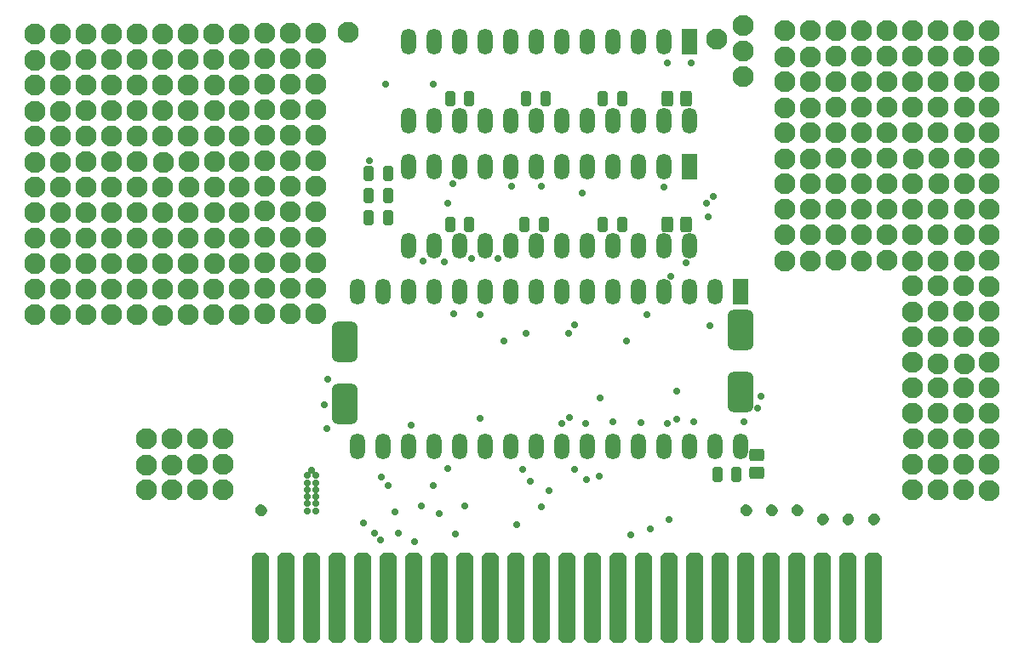
<source format=gbs>
G04*
G04 #@! TF.GenerationSoftware,Altium Limited,Altium Designer,19.0.7 (175)*
G04*
G04 Layer_Color=16711935*
%FSLAX25Y25*%
%MOIN*%
G70*
G01*
G75*
%ADD12C,0.02362*%
%ADD13R,0.00787X0.00787*%
%ADD14R,0.00787X0.00787*%
G04:AMPARAMS|DCode=16|XSize=69.94mil|YSize=353.94mil|CornerRadius=0mil|HoleSize=0mil|Usage=FLASHONLY|Rotation=0.000|XOffset=0mil|YOffset=0mil|HoleType=Round|Shape=Octagon|*
%AMOCTAGOND16*
4,1,8,-0.01748,0.17697,0.01748,0.17697,0.03497,0.15948,0.03497,-0.15948,0.01748,-0.17697,-0.01748,-0.17697,-0.03497,-0.15948,-0.03497,0.15948,-0.01748,0.17697,0.0*
%
%ADD16OCTAGOND16*%

%ADD17C,0.08268*%
%ADD18R,0.05906X0.10236*%
%ADD19O,0.05906X0.10236*%
%ADD20C,0.02756*%
G04:AMPARAMS|DCode=37|XSize=62.99mil|YSize=49.21mil|CornerRadius=14.27mil|HoleSize=0mil|Usage=FLASHONLY|Rotation=90.000|XOffset=0mil|YOffset=0mil|HoleType=Round|Shape=RoundedRectangle|*
%AMROUNDEDRECTD37*
21,1,0.06299,0.02067,0,0,90.0*
21,1,0.03445,0.04921,0,0,90.0*
1,1,0.02854,0.01034,0.01722*
1,1,0.02854,0.01034,-0.01722*
1,1,0.02854,-0.01034,-0.01722*
1,1,0.02854,-0.01034,0.01722*
%
%ADD37ROUNDEDRECTD37*%
G04:AMPARAMS|DCode=38|XSize=59.06mil|YSize=41.34mil|CornerRadius=11.32mil|HoleSize=0mil|Usage=FLASHONLY|Rotation=90.000|XOffset=0mil|YOffset=0mil|HoleType=Round|Shape=RoundedRectangle|*
%AMROUNDEDRECTD38*
21,1,0.05906,0.01870,0,0,90.0*
21,1,0.03642,0.04134,0,0,90.0*
1,1,0.02264,0.00935,0.01821*
1,1,0.02264,0.00935,-0.01821*
1,1,0.02264,-0.00935,-0.01821*
1,1,0.02264,-0.00935,0.01821*
%
%ADD38ROUNDEDRECTD38*%
G04:AMPARAMS|DCode=39|XSize=62.99mil|YSize=49.21mil|CornerRadius=14.27mil|HoleSize=0mil|Usage=FLASHONLY|Rotation=180.000|XOffset=0mil|YOffset=0mil|HoleType=Round|Shape=RoundedRectangle|*
%AMROUNDEDRECTD39*
21,1,0.06299,0.02067,0,0,180.0*
21,1,0.03445,0.04921,0,0,180.0*
1,1,0.02854,-0.01722,0.01034*
1,1,0.02854,0.01722,0.01034*
1,1,0.02854,0.01722,-0.01034*
1,1,0.02854,-0.01722,-0.01034*
%
%ADD39ROUNDEDRECTD39*%
G04:AMPARAMS|DCode=40|XSize=100.39mil|YSize=161.42mil|CornerRadius=26.08mil|HoleSize=0mil|Usage=FLASHONLY|Rotation=0.000|XOffset=0mil|YOffset=0mil|HoleType=Round|Shape=RoundedRectangle|*
%AMROUNDEDRECTD40*
21,1,0.10039,0.10925,0,0,0.0*
21,1,0.04823,0.16142,0,0,0.0*
1,1,0.05217,0.02411,-0.05463*
1,1,0.05217,-0.02411,-0.05463*
1,1,0.05217,-0.02411,0.05463*
1,1,0.05217,0.02411,0.05463*
%
%ADD40ROUNDEDRECTD40*%
D12*
X96850Y-196555D02*
X96406Y-195632D01*
X95407Y-195404D01*
X94605Y-196043D01*
Y-197068D01*
X95407Y-197707D01*
X96406Y-197478D01*
X96850Y-196555D01*
X316831Y-200000D02*
X316386Y-199077D01*
X315387Y-198848D01*
X314585Y-199487D01*
Y-200513D01*
X315387Y-201151D01*
X316386Y-200923D01*
X316831Y-200000D01*
X326772Y-200020D02*
X326327Y-199096D01*
X325328Y-198868D01*
X324526Y-199507D01*
Y-200532D01*
X325328Y-201171D01*
X326327Y-200943D01*
X326772Y-200020D01*
X286850Y-196555D02*
X286406Y-195632D01*
X285406Y-195404D01*
X284605Y-196043D01*
Y-197068D01*
X285406Y-197707D01*
X286406Y-197478D01*
X286850Y-196555D01*
X296850D02*
X296406Y-195632D01*
X295407Y-195404D01*
X294605Y-196043D01*
Y-197068D01*
X295407Y-197707D01*
X296406Y-197478D01*
X296850Y-196555D01*
X306850D02*
X306406Y-195632D01*
X305406Y-195404D01*
X304605Y-196043D01*
Y-197068D01*
X305406Y-197707D01*
X306406Y-197478D01*
X306850Y-196555D01*
X336850Y-200000D02*
X336406Y-199077D01*
X335406Y-198848D01*
X334605Y-199487D01*
Y-200513D01*
X335406Y-201151D01*
X336406Y-200923D01*
X336850Y-200000D01*
D13*
X314173D02*
D03*
X304193Y-196555D02*
D03*
D14*
X95669Y-198031D02*
D03*
X325590Y-201496D02*
D03*
X285669Y-198031D02*
D03*
X295669D02*
D03*
X335669Y-201476D02*
D03*
D16*
Y-231102D02*
D03*
X325669D02*
D03*
X315669D02*
D03*
X305669D02*
D03*
X295669D02*
D03*
X285669D02*
D03*
X275669D02*
D03*
X265669D02*
D03*
X255669D02*
D03*
X245669D02*
D03*
X235669D02*
D03*
X225669D02*
D03*
X215669D02*
D03*
X205669D02*
D03*
X195669D02*
D03*
X185669D02*
D03*
X175669D02*
D03*
X165669D02*
D03*
X155669D02*
D03*
X145669D02*
D03*
X135669D02*
D03*
X125669D02*
D03*
X115669D02*
D03*
X105669D02*
D03*
X95669D02*
D03*
D17*
X351024Y-128740D02*
D03*
X361024D02*
D03*
X371024D02*
D03*
X381024D02*
D03*
Y-138679D02*
D03*
X371198Y-139205D02*
D03*
X361024Y-139142D02*
D03*
X351024Y-138679D02*
D03*
X381024Y-148723D02*
D03*
X371024Y-148740D02*
D03*
X361024Y-148723D02*
D03*
X351024Y-148740D02*
D03*
Y-108740D02*
D03*
X361024D02*
D03*
X371024D02*
D03*
X381024Y-108858D02*
D03*
Y-118740D02*
D03*
X371024D02*
D03*
X361024D02*
D03*
X351024Y-119045D02*
D03*
X130091Y-9449D02*
D03*
X284646Y-26772D02*
D03*
X274157Y-11811D02*
D03*
X284646Y-16535D02*
D03*
Y-6693D02*
D03*
X97244Y-9528D02*
D03*
X107244D02*
D03*
X117244D02*
D03*
Y-19464D02*
D03*
X107244Y-19523D02*
D03*
X97244D02*
D03*
Y-39528D02*
D03*
X107418Y-39521D02*
D03*
X117244Y-39528D02*
D03*
Y-29528D02*
D03*
X107418D02*
D03*
X97244D02*
D03*
X97418Y-69528D02*
D03*
X107418D02*
D03*
X117244D02*
D03*
Y-79528D02*
D03*
X107418Y-79521D02*
D03*
X97244Y-79456D02*
D03*
X97418Y-59464D02*
D03*
X107418Y-59528D02*
D03*
X117244D02*
D03*
Y-49528D02*
D03*
X107418D02*
D03*
X97244Y-49575D02*
D03*
Y-109528D02*
D03*
X107244D02*
D03*
X117244Y-109646D02*
D03*
Y-119528D02*
D03*
X107244D02*
D03*
X97244D02*
D03*
Y-99606D02*
D03*
X107418D02*
D03*
X117244Y-99528D02*
D03*
Y-89507D02*
D03*
X107418Y-89528D02*
D03*
X97244Y-89507D02*
D03*
X7323Y-9921D02*
D03*
X17323D02*
D03*
X27323D02*
D03*
X37323D02*
D03*
X47323D02*
D03*
Y-19921D02*
D03*
X37323D02*
D03*
X27323Y-19858D02*
D03*
X17323Y-20183D02*
D03*
X7323D02*
D03*
Y-40211D02*
D03*
X17323Y-40187D02*
D03*
X27323Y-39850D02*
D03*
X37323Y-39915D02*
D03*
X47323Y-39921D02*
D03*
Y-29921D02*
D03*
X37323D02*
D03*
X27323D02*
D03*
X17323D02*
D03*
X7323D02*
D03*
Y-69921D02*
D03*
X17323D02*
D03*
X27323D02*
D03*
X37323D02*
D03*
X47323D02*
D03*
Y-79921D02*
D03*
X37323Y-79915D02*
D03*
X27323Y-79850D02*
D03*
X17323Y-79921D02*
D03*
X7323D02*
D03*
Y-60183D02*
D03*
X17323D02*
D03*
X27323Y-59858D02*
D03*
X37323Y-59921D02*
D03*
X47323D02*
D03*
Y-49921D02*
D03*
X37323D02*
D03*
X27323D02*
D03*
X17323D02*
D03*
X7323D02*
D03*
Y-110039D02*
D03*
X17323Y-109921D02*
D03*
X27323D02*
D03*
X37323D02*
D03*
X47323D02*
D03*
Y-119921D02*
D03*
X37281D02*
D03*
X27323D02*
D03*
X17323D02*
D03*
X7323D02*
D03*
Y-100000D02*
D03*
X17323D02*
D03*
X27282Y-99921D02*
D03*
X37281Y-100000D02*
D03*
X47323Y-99921D02*
D03*
Y-89901D02*
D03*
X37281Y-89921D02*
D03*
X27323Y-89901D02*
D03*
X17323Y-89921D02*
D03*
X7323D02*
D03*
X57323D02*
D03*
X67323Y-89901D02*
D03*
X77497Y-89921D02*
D03*
X87323Y-89901D02*
D03*
Y-99921D02*
D03*
X77497Y-100000D02*
D03*
X67323D02*
D03*
X57323D02*
D03*
Y-120226D02*
D03*
X67323Y-119921D02*
D03*
X77323D02*
D03*
X87323D02*
D03*
Y-110039D02*
D03*
X77323Y-109921D02*
D03*
X67323D02*
D03*
X57323D02*
D03*
Y-49969D02*
D03*
X67323D02*
D03*
X77497Y-49921D02*
D03*
X87323D02*
D03*
Y-59921D02*
D03*
X77497D02*
D03*
X67497Y-59858D02*
D03*
X57497Y-60183D02*
D03*
X57323Y-79915D02*
D03*
X67323Y-79850D02*
D03*
X77497Y-79915D02*
D03*
X87323Y-79921D02*
D03*
Y-69921D02*
D03*
X77497D02*
D03*
X67497D02*
D03*
X57323D02*
D03*
Y-29921D02*
D03*
X67323D02*
D03*
X77497D02*
D03*
X87323D02*
D03*
Y-39921D02*
D03*
X77497Y-39915D02*
D03*
X67323Y-39921D02*
D03*
X57323D02*
D03*
Y-19917D02*
D03*
X67323D02*
D03*
X77323D02*
D03*
X87323Y-19858D02*
D03*
Y-9921D02*
D03*
X77323D02*
D03*
X67323D02*
D03*
X57323Y-9843D02*
D03*
X51085Y-168740D02*
D03*
X61085D02*
D03*
X71085D02*
D03*
X81085D02*
D03*
Y-178740D02*
D03*
X71085Y-178677D02*
D03*
X61085Y-179002D02*
D03*
X51085D02*
D03*
X81085Y-188740D02*
D03*
X71085D02*
D03*
X61085D02*
D03*
X51085D02*
D03*
X351024Y-158661D02*
D03*
X361024Y-158740D02*
D03*
X371024Y-158661D02*
D03*
X381024D02*
D03*
X351024Y-188740D02*
D03*
X361024D02*
D03*
X371024D02*
D03*
X381024Y-188798D02*
D03*
X351024Y-178740D02*
D03*
X361024D02*
D03*
X371024D02*
D03*
X381024D02*
D03*
Y-168665D02*
D03*
X371024D02*
D03*
X361024Y-168740D02*
D03*
X351451Y-168665D02*
D03*
X351024Y-8661D02*
D03*
X361024Y-8740D02*
D03*
X371024D02*
D03*
X381024D02*
D03*
Y-18677D02*
D03*
X371024Y-18736D02*
D03*
X361024D02*
D03*
X351024D02*
D03*
Y-38740D02*
D03*
X361024D02*
D03*
X371198Y-38734D02*
D03*
X381024Y-38740D02*
D03*
Y-28740D02*
D03*
X371198D02*
D03*
X361024D02*
D03*
X351024D02*
D03*
Y-68740D02*
D03*
X361198D02*
D03*
X371198D02*
D03*
X381024D02*
D03*
Y-78740D02*
D03*
X371198Y-78734D02*
D03*
X361024Y-78669D02*
D03*
X351024Y-78734D02*
D03*
X351198Y-59002D02*
D03*
X361198Y-58677D02*
D03*
X371198Y-58740D02*
D03*
X381024D02*
D03*
Y-48740D02*
D03*
X371198D02*
D03*
X361024Y-48788D02*
D03*
X351024D02*
D03*
Y-98819D02*
D03*
X361024D02*
D03*
X371198D02*
D03*
X381024Y-98740D02*
D03*
Y-88720D02*
D03*
X371198Y-88740D02*
D03*
X361024Y-88720D02*
D03*
X351024Y-88740D02*
D03*
X301024D02*
D03*
X311024D02*
D03*
X321024Y-88720D02*
D03*
X330982Y-88740D02*
D03*
X341024Y-88720D02*
D03*
Y-98740D02*
D03*
X330982Y-98819D02*
D03*
X320983Y-98740D02*
D03*
X311024Y-98819D02*
D03*
X301024D02*
D03*
Y-48740D02*
D03*
X311024D02*
D03*
X321024D02*
D03*
X331024D02*
D03*
X341024D02*
D03*
Y-58740D02*
D03*
X331024D02*
D03*
X321024Y-58677D02*
D03*
X311024Y-59002D02*
D03*
X301024D02*
D03*
Y-78740D02*
D03*
X311024D02*
D03*
X321024Y-78669D02*
D03*
X331024Y-78734D02*
D03*
X341024Y-78740D02*
D03*
Y-68740D02*
D03*
X331024D02*
D03*
X321024D02*
D03*
X311024D02*
D03*
X301024D02*
D03*
Y-28740D02*
D03*
X311024D02*
D03*
X321024D02*
D03*
X331024D02*
D03*
X341024D02*
D03*
Y-38740D02*
D03*
X331024Y-38734D02*
D03*
X321024Y-38669D02*
D03*
X311024Y-39006D02*
D03*
X301024Y-39030D02*
D03*
Y-19002D02*
D03*
X311024D02*
D03*
X321024Y-18677D02*
D03*
X331024Y-18740D02*
D03*
X341024D02*
D03*
Y-8740D02*
D03*
X331024D02*
D03*
X321024D02*
D03*
X311024D02*
D03*
X301024D02*
D03*
D18*
X263543Y-61811D02*
D03*
X283543Y-111024D02*
D03*
X263543Y-12992D02*
D03*
D19*
X253543Y-61811D02*
D03*
X243543D02*
D03*
X233543D02*
D03*
X223543D02*
D03*
X213543D02*
D03*
X203543D02*
D03*
X193543D02*
D03*
X183543D02*
D03*
X173543D02*
D03*
X163543D02*
D03*
X153543D02*
D03*
X263543Y-92913D02*
D03*
X253543D02*
D03*
X243543D02*
D03*
X233543D02*
D03*
X223543D02*
D03*
X213543D02*
D03*
X203543D02*
D03*
X193543D02*
D03*
X183543D02*
D03*
X173543D02*
D03*
X163543D02*
D03*
X153543D02*
D03*
X273543Y-111024D02*
D03*
X263543D02*
D03*
X253543D02*
D03*
X243543D02*
D03*
X233543D02*
D03*
X223543D02*
D03*
X213543D02*
D03*
X203543D02*
D03*
X193543D02*
D03*
X183543D02*
D03*
X173543D02*
D03*
X163543D02*
D03*
X153543D02*
D03*
X143543D02*
D03*
X133543D02*
D03*
X283543Y-171653D02*
D03*
X273543D02*
D03*
X263543D02*
D03*
X253543D02*
D03*
X243543D02*
D03*
X233543D02*
D03*
X223543D02*
D03*
X213543D02*
D03*
X203543D02*
D03*
X193543D02*
D03*
X183543D02*
D03*
X173543D02*
D03*
X163543D02*
D03*
X153543D02*
D03*
X143543D02*
D03*
X133543D02*
D03*
X253543Y-12992D02*
D03*
X243543D02*
D03*
X233543D02*
D03*
X223543D02*
D03*
X213543D02*
D03*
X203543D02*
D03*
X193543D02*
D03*
X183543D02*
D03*
X173543D02*
D03*
X163543D02*
D03*
X153543D02*
D03*
X263543Y-44094D02*
D03*
X253543D02*
D03*
X243543D02*
D03*
X233543D02*
D03*
X223543D02*
D03*
X213543D02*
D03*
X203543D02*
D03*
X193543D02*
D03*
X183543D02*
D03*
X173543D02*
D03*
X163543D02*
D03*
X153543D02*
D03*
D20*
X264173Y-21260D02*
D03*
X265417Y-161811D02*
D03*
X285118D02*
D03*
X270168Y-76144D02*
D03*
X273090Y-73782D02*
D03*
X270962Y-81496D02*
D03*
X271654Y-124409D02*
D03*
X290158Y-156693D02*
D03*
X291779Y-151969D02*
D03*
X121653Y-164559D02*
D03*
X121847Y-145276D02*
D03*
X120472Y-155317D02*
D03*
X256299Y-105119D02*
D03*
X262205Y-99606D02*
D03*
X221654Y-72441D02*
D03*
X194095Y-69685D02*
D03*
X205669D02*
D03*
X253543Y-70079D02*
D03*
X244488Y-162205D02*
D03*
X246850Y-120079D02*
D03*
X190945Y-130315D02*
D03*
X171260Y-119685D02*
D03*
X181496Y-120079D02*
D03*
X238976Y-130315D02*
D03*
X255118Y-21260D02*
D03*
X170866Y-68740D02*
D03*
X168898Y-76378D02*
D03*
X154724Y-163386D02*
D03*
X199606Y-127166D02*
D03*
X216141D02*
D03*
X216535Y-160236D02*
D03*
X144488Y-29528D02*
D03*
X163386D02*
D03*
X138189Y-59646D02*
D03*
X114136Y-196850D02*
D03*
X208661Y-188976D02*
D03*
X117323Y-185827D02*
D03*
X201181Y-185433D02*
D03*
X115669Y-181102D02*
D03*
X135827Y-201575D02*
D03*
X205669Y-195433D02*
D03*
X223228Y-184646D02*
D03*
X218504Y-180709D02*
D03*
X114136Y-183071D02*
D03*
X196063Y-202362D02*
D03*
X117323Y-188583D02*
D03*
X222835Y-162598D02*
D03*
X240551Y-206299D02*
D03*
X258661Y-161024D02*
D03*
X248425Y-203937D02*
D03*
X114136Y-185827D02*
D03*
X145669Y-187008D02*
D03*
X155905Y-209055D02*
D03*
X255512Y-200394D02*
D03*
X114136Y-188583D02*
D03*
X181496Y-160630D02*
D03*
X142520Y-208268D02*
D03*
X175669Y-194961D02*
D03*
X149606Y-205512D02*
D03*
X117323Y-183071D02*
D03*
X114136Y-191339D02*
D03*
X172047Y-205906D02*
D03*
X117323Y-191339D02*
D03*
Y-196850D02*
D03*
X255118Y-162598D02*
D03*
X114136Y-194095D02*
D03*
X117323D02*
D03*
X165669Y-198110D02*
D03*
X258661Y-150000D02*
D03*
X159449Y-98819D02*
D03*
X140157Y-205512D02*
D03*
X142913Y-183465D02*
D03*
X218504Y-124016D02*
D03*
X167618Y-99213D02*
D03*
X188583Y-98032D02*
D03*
X178347D02*
D03*
X163386Y-187008D02*
D03*
X158661Y-194882D02*
D03*
X168898Y-180315D02*
D03*
X148425Y-197244D02*
D03*
X233543Y-161811D02*
D03*
X213543Y-162598D02*
D03*
X228740Y-152756D02*
D03*
X228346Y-183446D02*
D03*
X198425Y-180709D02*
D03*
D37*
X262205Y-84646D02*
D03*
X255118D02*
D03*
X262205Y-35433D02*
D03*
X255118D02*
D03*
D38*
X145472Y-81890D02*
D03*
X137992D02*
D03*
X145472Y-73212D02*
D03*
X137992D02*
D03*
X145472Y-64534D02*
D03*
X137992D02*
D03*
X229803Y-84646D02*
D03*
X237283D02*
D03*
X199803Y-35433D02*
D03*
X207283D02*
D03*
X229724D02*
D03*
X237205D02*
D03*
X169882Y-84646D02*
D03*
X177362D02*
D03*
X169882Y-35433D02*
D03*
X177362D02*
D03*
X199016Y-84646D02*
D03*
X206496D02*
D03*
X274606Y-182612D02*
D03*
X282087D02*
D03*
D39*
X289977Y-174814D02*
D03*
Y-181901D02*
D03*
D40*
X128740Y-130709D02*
D03*
Y-155118D02*
D03*
X283543Y-125984D02*
D03*
Y-150394D02*
D03*
M02*

</source>
